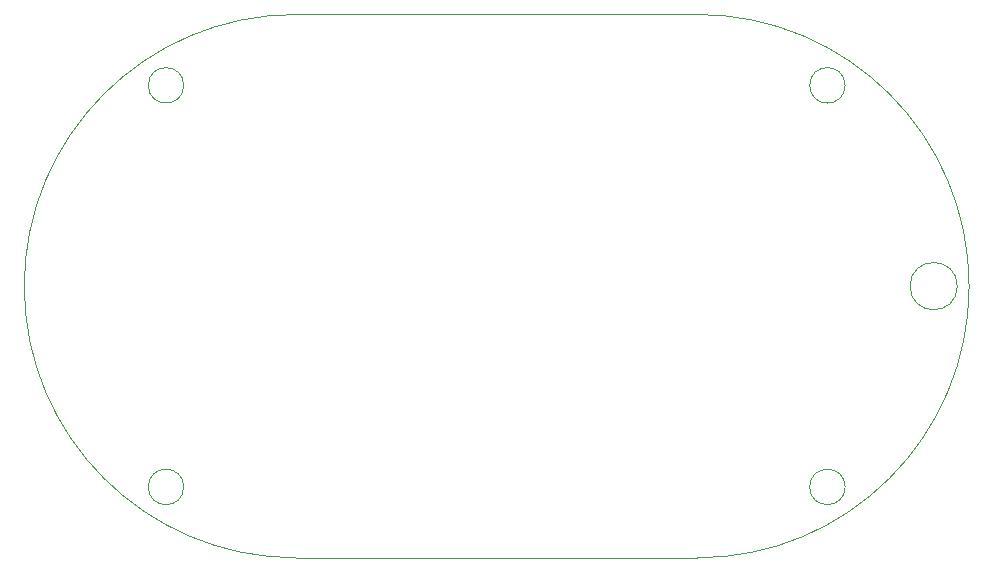
<source format=gbr>
%TF.GenerationSoftware,KiCad,Pcbnew,7.0.2-1.fc38*%
%TF.CreationDate,2023-06-06T17:02:23+02:00*%
%TF.ProjectId,gps_compass,6770735f-636f-46d7-9061-73732e6b6963,rev?*%
%TF.SameCoordinates,Original*%
%TF.FileFunction,Profile,NP*%
%FSLAX46Y46*%
G04 Gerber Fmt 4.6, Leading zero omitted, Abs format (unit mm)*
G04 Created by KiCad (PCBNEW 7.0.2-1.fc38) date 2023-06-06 17:02:23*
%MOMM*%
%LPD*%
G01*
G04 APERTURE LIST*
%TA.AperFunction,Profile*%
%ADD10C,0.100000*%
%TD*%
G04 APERTURE END LIST*
D10*
X128000000Y-76500000D02*
X162000000Y-76500000D01*
X128000000Y-30500000D02*
G75*
G03*
X128000000Y-76500000I0J-23000000D01*
G01*
X174500000Y-36500000D02*
G75*
G03*
X174500000Y-36500000I-1500000J0D01*
G01*
X174500000Y-70500000D02*
G75*
G03*
X174500000Y-70500000I-1500000J0D01*
G01*
X162000000Y-76500000D02*
G75*
G03*
X162000000Y-30500000I0J23000000D01*
G01*
X184000000Y-53500000D02*
G75*
G03*
X184000000Y-53500000I-2000000J0D01*
G01*
X128000000Y-30500000D02*
X162000000Y-30500000D01*
X118500000Y-36500000D02*
G75*
G03*
X118500000Y-36500000I-1500000J0D01*
G01*
X118500000Y-70500000D02*
G75*
G03*
X118500000Y-70500000I-1500000J0D01*
G01*
M02*

</source>
